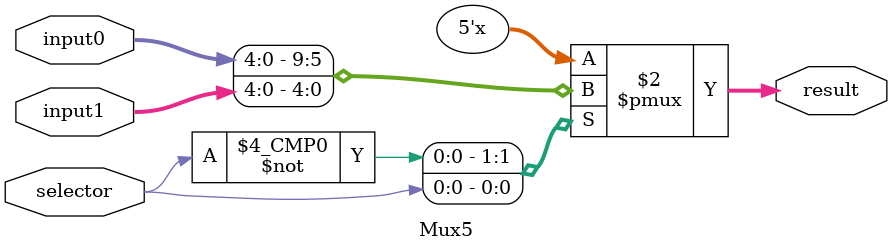
<source format=v>
module Mux5
(
	input wire selector,
	input wire [4:0]input0,
	input wire [4:0]input1,
	output reg [4:0]result
);

	always @(*)
		begin
			case (selector)
				1'b0: 
					begin
						result <= input0;
					end
				1'b1: 
					begin
						result <= input1;
					end
				default:
					begin
						result <= 5'bxxxxx;
					end
			endcase
		end

endmodule 
</source>
